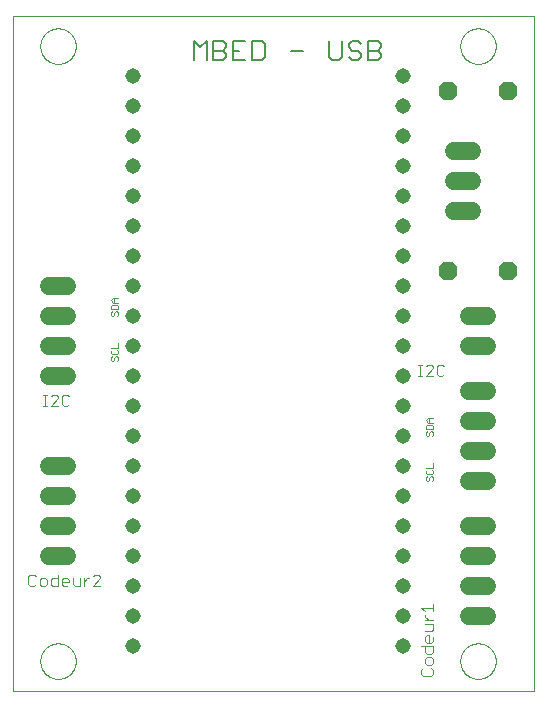
<source format=gtl>
G75*
%MOIN*%
%OFA0B0*%
%FSLAX25Y25*%
%IPPOS*%
%LPD*%
%AMOC8*
5,1,8,0,0,1.08239X$1,22.5*
%
%ADD10C,0.00000*%
%ADD11C,0.00600*%
%ADD12C,0.00300*%
%ADD13C,0.00200*%
%ADD14C,0.05937*%
%ADD15OC8,0.06300*%
%ADD16C,0.06000*%
%ADD17C,0.05150*%
D10*
X0006333Y0002000D02*
X0006333Y0226961D01*
X0180034Y0226961D01*
X0180034Y0002000D01*
X0006333Y0002000D01*
X0015427Y0012000D02*
X0015429Y0012153D01*
X0015435Y0012307D01*
X0015445Y0012460D01*
X0015459Y0012612D01*
X0015477Y0012765D01*
X0015499Y0012916D01*
X0015524Y0013067D01*
X0015554Y0013218D01*
X0015588Y0013368D01*
X0015625Y0013516D01*
X0015666Y0013664D01*
X0015711Y0013810D01*
X0015760Y0013956D01*
X0015813Y0014100D01*
X0015869Y0014242D01*
X0015929Y0014383D01*
X0015993Y0014523D01*
X0016060Y0014661D01*
X0016131Y0014797D01*
X0016206Y0014931D01*
X0016283Y0015063D01*
X0016365Y0015193D01*
X0016449Y0015321D01*
X0016537Y0015447D01*
X0016628Y0015570D01*
X0016722Y0015691D01*
X0016820Y0015809D01*
X0016920Y0015925D01*
X0017024Y0016038D01*
X0017130Y0016149D01*
X0017239Y0016257D01*
X0017351Y0016362D01*
X0017465Y0016463D01*
X0017583Y0016562D01*
X0017702Y0016658D01*
X0017824Y0016751D01*
X0017949Y0016840D01*
X0018076Y0016927D01*
X0018205Y0017009D01*
X0018336Y0017089D01*
X0018469Y0017165D01*
X0018604Y0017238D01*
X0018741Y0017307D01*
X0018880Y0017372D01*
X0019020Y0017434D01*
X0019162Y0017492D01*
X0019305Y0017547D01*
X0019450Y0017598D01*
X0019596Y0017645D01*
X0019743Y0017688D01*
X0019891Y0017727D01*
X0020040Y0017763D01*
X0020190Y0017794D01*
X0020341Y0017822D01*
X0020492Y0017846D01*
X0020645Y0017866D01*
X0020797Y0017882D01*
X0020950Y0017894D01*
X0021103Y0017902D01*
X0021256Y0017906D01*
X0021410Y0017906D01*
X0021563Y0017902D01*
X0021716Y0017894D01*
X0021869Y0017882D01*
X0022021Y0017866D01*
X0022174Y0017846D01*
X0022325Y0017822D01*
X0022476Y0017794D01*
X0022626Y0017763D01*
X0022775Y0017727D01*
X0022923Y0017688D01*
X0023070Y0017645D01*
X0023216Y0017598D01*
X0023361Y0017547D01*
X0023504Y0017492D01*
X0023646Y0017434D01*
X0023786Y0017372D01*
X0023925Y0017307D01*
X0024062Y0017238D01*
X0024197Y0017165D01*
X0024330Y0017089D01*
X0024461Y0017009D01*
X0024590Y0016927D01*
X0024717Y0016840D01*
X0024842Y0016751D01*
X0024964Y0016658D01*
X0025083Y0016562D01*
X0025201Y0016463D01*
X0025315Y0016362D01*
X0025427Y0016257D01*
X0025536Y0016149D01*
X0025642Y0016038D01*
X0025746Y0015925D01*
X0025846Y0015809D01*
X0025944Y0015691D01*
X0026038Y0015570D01*
X0026129Y0015447D01*
X0026217Y0015321D01*
X0026301Y0015193D01*
X0026383Y0015063D01*
X0026460Y0014931D01*
X0026535Y0014797D01*
X0026606Y0014661D01*
X0026673Y0014523D01*
X0026737Y0014383D01*
X0026797Y0014242D01*
X0026853Y0014100D01*
X0026906Y0013956D01*
X0026955Y0013810D01*
X0027000Y0013664D01*
X0027041Y0013516D01*
X0027078Y0013368D01*
X0027112Y0013218D01*
X0027142Y0013067D01*
X0027167Y0012916D01*
X0027189Y0012765D01*
X0027207Y0012612D01*
X0027221Y0012460D01*
X0027231Y0012307D01*
X0027237Y0012153D01*
X0027239Y0012000D01*
X0027237Y0011847D01*
X0027231Y0011693D01*
X0027221Y0011540D01*
X0027207Y0011388D01*
X0027189Y0011235D01*
X0027167Y0011084D01*
X0027142Y0010933D01*
X0027112Y0010782D01*
X0027078Y0010632D01*
X0027041Y0010484D01*
X0027000Y0010336D01*
X0026955Y0010190D01*
X0026906Y0010044D01*
X0026853Y0009900D01*
X0026797Y0009758D01*
X0026737Y0009617D01*
X0026673Y0009477D01*
X0026606Y0009339D01*
X0026535Y0009203D01*
X0026460Y0009069D01*
X0026383Y0008937D01*
X0026301Y0008807D01*
X0026217Y0008679D01*
X0026129Y0008553D01*
X0026038Y0008430D01*
X0025944Y0008309D01*
X0025846Y0008191D01*
X0025746Y0008075D01*
X0025642Y0007962D01*
X0025536Y0007851D01*
X0025427Y0007743D01*
X0025315Y0007638D01*
X0025201Y0007537D01*
X0025083Y0007438D01*
X0024964Y0007342D01*
X0024842Y0007249D01*
X0024717Y0007160D01*
X0024590Y0007073D01*
X0024461Y0006991D01*
X0024330Y0006911D01*
X0024197Y0006835D01*
X0024062Y0006762D01*
X0023925Y0006693D01*
X0023786Y0006628D01*
X0023646Y0006566D01*
X0023504Y0006508D01*
X0023361Y0006453D01*
X0023216Y0006402D01*
X0023070Y0006355D01*
X0022923Y0006312D01*
X0022775Y0006273D01*
X0022626Y0006237D01*
X0022476Y0006206D01*
X0022325Y0006178D01*
X0022174Y0006154D01*
X0022021Y0006134D01*
X0021869Y0006118D01*
X0021716Y0006106D01*
X0021563Y0006098D01*
X0021410Y0006094D01*
X0021256Y0006094D01*
X0021103Y0006098D01*
X0020950Y0006106D01*
X0020797Y0006118D01*
X0020645Y0006134D01*
X0020492Y0006154D01*
X0020341Y0006178D01*
X0020190Y0006206D01*
X0020040Y0006237D01*
X0019891Y0006273D01*
X0019743Y0006312D01*
X0019596Y0006355D01*
X0019450Y0006402D01*
X0019305Y0006453D01*
X0019162Y0006508D01*
X0019020Y0006566D01*
X0018880Y0006628D01*
X0018741Y0006693D01*
X0018604Y0006762D01*
X0018469Y0006835D01*
X0018336Y0006911D01*
X0018205Y0006991D01*
X0018076Y0007073D01*
X0017949Y0007160D01*
X0017824Y0007249D01*
X0017702Y0007342D01*
X0017583Y0007438D01*
X0017465Y0007537D01*
X0017351Y0007638D01*
X0017239Y0007743D01*
X0017130Y0007851D01*
X0017024Y0007962D01*
X0016920Y0008075D01*
X0016820Y0008191D01*
X0016722Y0008309D01*
X0016628Y0008430D01*
X0016537Y0008553D01*
X0016449Y0008679D01*
X0016365Y0008807D01*
X0016283Y0008937D01*
X0016206Y0009069D01*
X0016131Y0009203D01*
X0016060Y0009339D01*
X0015993Y0009477D01*
X0015929Y0009617D01*
X0015869Y0009758D01*
X0015813Y0009900D01*
X0015760Y0010044D01*
X0015711Y0010190D01*
X0015666Y0010336D01*
X0015625Y0010484D01*
X0015588Y0010632D01*
X0015554Y0010782D01*
X0015524Y0010933D01*
X0015499Y0011084D01*
X0015477Y0011235D01*
X0015459Y0011388D01*
X0015445Y0011540D01*
X0015435Y0011693D01*
X0015429Y0011847D01*
X0015427Y0012000D01*
X0155427Y0012000D02*
X0155429Y0012153D01*
X0155435Y0012307D01*
X0155445Y0012460D01*
X0155459Y0012612D01*
X0155477Y0012765D01*
X0155499Y0012916D01*
X0155524Y0013067D01*
X0155554Y0013218D01*
X0155588Y0013368D01*
X0155625Y0013516D01*
X0155666Y0013664D01*
X0155711Y0013810D01*
X0155760Y0013956D01*
X0155813Y0014100D01*
X0155869Y0014242D01*
X0155929Y0014383D01*
X0155993Y0014523D01*
X0156060Y0014661D01*
X0156131Y0014797D01*
X0156206Y0014931D01*
X0156283Y0015063D01*
X0156365Y0015193D01*
X0156449Y0015321D01*
X0156537Y0015447D01*
X0156628Y0015570D01*
X0156722Y0015691D01*
X0156820Y0015809D01*
X0156920Y0015925D01*
X0157024Y0016038D01*
X0157130Y0016149D01*
X0157239Y0016257D01*
X0157351Y0016362D01*
X0157465Y0016463D01*
X0157583Y0016562D01*
X0157702Y0016658D01*
X0157824Y0016751D01*
X0157949Y0016840D01*
X0158076Y0016927D01*
X0158205Y0017009D01*
X0158336Y0017089D01*
X0158469Y0017165D01*
X0158604Y0017238D01*
X0158741Y0017307D01*
X0158880Y0017372D01*
X0159020Y0017434D01*
X0159162Y0017492D01*
X0159305Y0017547D01*
X0159450Y0017598D01*
X0159596Y0017645D01*
X0159743Y0017688D01*
X0159891Y0017727D01*
X0160040Y0017763D01*
X0160190Y0017794D01*
X0160341Y0017822D01*
X0160492Y0017846D01*
X0160645Y0017866D01*
X0160797Y0017882D01*
X0160950Y0017894D01*
X0161103Y0017902D01*
X0161256Y0017906D01*
X0161410Y0017906D01*
X0161563Y0017902D01*
X0161716Y0017894D01*
X0161869Y0017882D01*
X0162021Y0017866D01*
X0162174Y0017846D01*
X0162325Y0017822D01*
X0162476Y0017794D01*
X0162626Y0017763D01*
X0162775Y0017727D01*
X0162923Y0017688D01*
X0163070Y0017645D01*
X0163216Y0017598D01*
X0163361Y0017547D01*
X0163504Y0017492D01*
X0163646Y0017434D01*
X0163786Y0017372D01*
X0163925Y0017307D01*
X0164062Y0017238D01*
X0164197Y0017165D01*
X0164330Y0017089D01*
X0164461Y0017009D01*
X0164590Y0016927D01*
X0164717Y0016840D01*
X0164842Y0016751D01*
X0164964Y0016658D01*
X0165083Y0016562D01*
X0165201Y0016463D01*
X0165315Y0016362D01*
X0165427Y0016257D01*
X0165536Y0016149D01*
X0165642Y0016038D01*
X0165746Y0015925D01*
X0165846Y0015809D01*
X0165944Y0015691D01*
X0166038Y0015570D01*
X0166129Y0015447D01*
X0166217Y0015321D01*
X0166301Y0015193D01*
X0166383Y0015063D01*
X0166460Y0014931D01*
X0166535Y0014797D01*
X0166606Y0014661D01*
X0166673Y0014523D01*
X0166737Y0014383D01*
X0166797Y0014242D01*
X0166853Y0014100D01*
X0166906Y0013956D01*
X0166955Y0013810D01*
X0167000Y0013664D01*
X0167041Y0013516D01*
X0167078Y0013368D01*
X0167112Y0013218D01*
X0167142Y0013067D01*
X0167167Y0012916D01*
X0167189Y0012765D01*
X0167207Y0012612D01*
X0167221Y0012460D01*
X0167231Y0012307D01*
X0167237Y0012153D01*
X0167239Y0012000D01*
X0167237Y0011847D01*
X0167231Y0011693D01*
X0167221Y0011540D01*
X0167207Y0011388D01*
X0167189Y0011235D01*
X0167167Y0011084D01*
X0167142Y0010933D01*
X0167112Y0010782D01*
X0167078Y0010632D01*
X0167041Y0010484D01*
X0167000Y0010336D01*
X0166955Y0010190D01*
X0166906Y0010044D01*
X0166853Y0009900D01*
X0166797Y0009758D01*
X0166737Y0009617D01*
X0166673Y0009477D01*
X0166606Y0009339D01*
X0166535Y0009203D01*
X0166460Y0009069D01*
X0166383Y0008937D01*
X0166301Y0008807D01*
X0166217Y0008679D01*
X0166129Y0008553D01*
X0166038Y0008430D01*
X0165944Y0008309D01*
X0165846Y0008191D01*
X0165746Y0008075D01*
X0165642Y0007962D01*
X0165536Y0007851D01*
X0165427Y0007743D01*
X0165315Y0007638D01*
X0165201Y0007537D01*
X0165083Y0007438D01*
X0164964Y0007342D01*
X0164842Y0007249D01*
X0164717Y0007160D01*
X0164590Y0007073D01*
X0164461Y0006991D01*
X0164330Y0006911D01*
X0164197Y0006835D01*
X0164062Y0006762D01*
X0163925Y0006693D01*
X0163786Y0006628D01*
X0163646Y0006566D01*
X0163504Y0006508D01*
X0163361Y0006453D01*
X0163216Y0006402D01*
X0163070Y0006355D01*
X0162923Y0006312D01*
X0162775Y0006273D01*
X0162626Y0006237D01*
X0162476Y0006206D01*
X0162325Y0006178D01*
X0162174Y0006154D01*
X0162021Y0006134D01*
X0161869Y0006118D01*
X0161716Y0006106D01*
X0161563Y0006098D01*
X0161410Y0006094D01*
X0161256Y0006094D01*
X0161103Y0006098D01*
X0160950Y0006106D01*
X0160797Y0006118D01*
X0160645Y0006134D01*
X0160492Y0006154D01*
X0160341Y0006178D01*
X0160190Y0006206D01*
X0160040Y0006237D01*
X0159891Y0006273D01*
X0159743Y0006312D01*
X0159596Y0006355D01*
X0159450Y0006402D01*
X0159305Y0006453D01*
X0159162Y0006508D01*
X0159020Y0006566D01*
X0158880Y0006628D01*
X0158741Y0006693D01*
X0158604Y0006762D01*
X0158469Y0006835D01*
X0158336Y0006911D01*
X0158205Y0006991D01*
X0158076Y0007073D01*
X0157949Y0007160D01*
X0157824Y0007249D01*
X0157702Y0007342D01*
X0157583Y0007438D01*
X0157465Y0007537D01*
X0157351Y0007638D01*
X0157239Y0007743D01*
X0157130Y0007851D01*
X0157024Y0007962D01*
X0156920Y0008075D01*
X0156820Y0008191D01*
X0156722Y0008309D01*
X0156628Y0008430D01*
X0156537Y0008553D01*
X0156449Y0008679D01*
X0156365Y0008807D01*
X0156283Y0008937D01*
X0156206Y0009069D01*
X0156131Y0009203D01*
X0156060Y0009339D01*
X0155993Y0009477D01*
X0155929Y0009617D01*
X0155869Y0009758D01*
X0155813Y0009900D01*
X0155760Y0010044D01*
X0155711Y0010190D01*
X0155666Y0010336D01*
X0155625Y0010484D01*
X0155588Y0010632D01*
X0155554Y0010782D01*
X0155524Y0010933D01*
X0155499Y0011084D01*
X0155477Y0011235D01*
X0155459Y0011388D01*
X0155445Y0011540D01*
X0155435Y0011693D01*
X0155429Y0011847D01*
X0155427Y0012000D01*
X0155427Y0217000D02*
X0155429Y0217153D01*
X0155435Y0217307D01*
X0155445Y0217460D01*
X0155459Y0217612D01*
X0155477Y0217765D01*
X0155499Y0217916D01*
X0155524Y0218067D01*
X0155554Y0218218D01*
X0155588Y0218368D01*
X0155625Y0218516D01*
X0155666Y0218664D01*
X0155711Y0218810D01*
X0155760Y0218956D01*
X0155813Y0219100D01*
X0155869Y0219242D01*
X0155929Y0219383D01*
X0155993Y0219523D01*
X0156060Y0219661D01*
X0156131Y0219797D01*
X0156206Y0219931D01*
X0156283Y0220063D01*
X0156365Y0220193D01*
X0156449Y0220321D01*
X0156537Y0220447D01*
X0156628Y0220570D01*
X0156722Y0220691D01*
X0156820Y0220809D01*
X0156920Y0220925D01*
X0157024Y0221038D01*
X0157130Y0221149D01*
X0157239Y0221257D01*
X0157351Y0221362D01*
X0157465Y0221463D01*
X0157583Y0221562D01*
X0157702Y0221658D01*
X0157824Y0221751D01*
X0157949Y0221840D01*
X0158076Y0221927D01*
X0158205Y0222009D01*
X0158336Y0222089D01*
X0158469Y0222165D01*
X0158604Y0222238D01*
X0158741Y0222307D01*
X0158880Y0222372D01*
X0159020Y0222434D01*
X0159162Y0222492D01*
X0159305Y0222547D01*
X0159450Y0222598D01*
X0159596Y0222645D01*
X0159743Y0222688D01*
X0159891Y0222727D01*
X0160040Y0222763D01*
X0160190Y0222794D01*
X0160341Y0222822D01*
X0160492Y0222846D01*
X0160645Y0222866D01*
X0160797Y0222882D01*
X0160950Y0222894D01*
X0161103Y0222902D01*
X0161256Y0222906D01*
X0161410Y0222906D01*
X0161563Y0222902D01*
X0161716Y0222894D01*
X0161869Y0222882D01*
X0162021Y0222866D01*
X0162174Y0222846D01*
X0162325Y0222822D01*
X0162476Y0222794D01*
X0162626Y0222763D01*
X0162775Y0222727D01*
X0162923Y0222688D01*
X0163070Y0222645D01*
X0163216Y0222598D01*
X0163361Y0222547D01*
X0163504Y0222492D01*
X0163646Y0222434D01*
X0163786Y0222372D01*
X0163925Y0222307D01*
X0164062Y0222238D01*
X0164197Y0222165D01*
X0164330Y0222089D01*
X0164461Y0222009D01*
X0164590Y0221927D01*
X0164717Y0221840D01*
X0164842Y0221751D01*
X0164964Y0221658D01*
X0165083Y0221562D01*
X0165201Y0221463D01*
X0165315Y0221362D01*
X0165427Y0221257D01*
X0165536Y0221149D01*
X0165642Y0221038D01*
X0165746Y0220925D01*
X0165846Y0220809D01*
X0165944Y0220691D01*
X0166038Y0220570D01*
X0166129Y0220447D01*
X0166217Y0220321D01*
X0166301Y0220193D01*
X0166383Y0220063D01*
X0166460Y0219931D01*
X0166535Y0219797D01*
X0166606Y0219661D01*
X0166673Y0219523D01*
X0166737Y0219383D01*
X0166797Y0219242D01*
X0166853Y0219100D01*
X0166906Y0218956D01*
X0166955Y0218810D01*
X0167000Y0218664D01*
X0167041Y0218516D01*
X0167078Y0218368D01*
X0167112Y0218218D01*
X0167142Y0218067D01*
X0167167Y0217916D01*
X0167189Y0217765D01*
X0167207Y0217612D01*
X0167221Y0217460D01*
X0167231Y0217307D01*
X0167237Y0217153D01*
X0167239Y0217000D01*
X0167237Y0216847D01*
X0167231Y0216693D01*
X0167221Y0216540D01*
X0167207Y0216388D01*
X0167189Y0216235D01*
X0167167Y0216084D01*
X0167142Y0215933D01*
X0167112Y0215782D01*
X0167078Y0215632D01*
X0167041Y0215484D01*
X0167000Y0215336D01*
X0166955Y0215190D01*
X0166906Y0215044D01*
X0166853Y0214900D01*
X0166797Y0214758D01*
X0166737Y0214617D01*
X0166673Y0214477D01*
X0166606Y0214339D01*
X0166535Y0214203D01*
X0166460Y0214069D01*
X0166383Y0213937D01*
X0166301Y0213807D01*
X0166217Y0213679D01*
X0166129Y0213553D01*
X0166038Y0213430D01*
X0165944Y0213309D01*
X0165846Y0213191D01*
X0165746Y0213075D01*
X0165642Y0212962D01*
X0165536Y0212851D01*
X0165427Y0212743D01*
X0165315Y0212638D01*
X0165201Y0212537D01*
X0165083Y0212438D01*
X0164964Y0212342D01*
X0164842Y0212249D01*
X0164717Y0212160D01*
X0164590Y0212073D01*
X0164461Y0211991D01*
X0164330Y0211911D01*
X0164197Y0211835D01*
X0164062Y0211762D01*
X0163925Y0211693D01*
X0163786Y0211628D01*
X0163646Y0211566D01*
X0163504Y0211508D01*
X0163361Y0211453D01*
X0163216Y0211402D01*
X0163070Y0211355D01*
X0162923Y0211312D01*
X0162775Y0211273D01*
X0162626Y0211237D01*
X0162476Y0211206D01*
X0162325Y0211178D01*
X0162174Y0211154D01*
X0162021Y0211134D01*
X0161869Y0211118D01*
X0161716Y0211106D01*
X0161563Y0211098D01*
X0161410Y0211094D01*
X0161256Y0211094D01*
X0161103Y0211098D01*
X0160950Y0211106D01*
X0160797Y0211118D01*
X0160645Y0211134D01*
X0160492Y0211154D01*
X0160341Y0211178D01*
X0160190Y0211206D01*
X0160040Y0211237D01*
X0159891Y0211273D01*
X0159743Y0211312D01*
X0159596Y0211355D01*
X0159450Y0211402D01*
X0159305Y0211453D01*
X0159162Y0211508D01*
X0159020Y0211566D01*
X0158880Y0211628D01*
X0158741Y0211693D01*
X0158604Y0211762D01*
X0158469Y0211835D01*
X0158336Y0211911D01*
X0158205Y0211991D01*
X0158076Y0212073D01*
X0157949Y0212160D01*
X0157824Y0212249D01*
X0157702Y0212342D01*
X0157583Y0212438D01*
X0157465Y0212537D01*
X0157351Y0212638D01*
X0157239Y0212743D01*
X0157130Y0212851D01*
X0157024Y0212962D01*
X0156920Y0213075D01*
X0156820Y0213191D01*
X0156722Y0213309D01*
X0156628Y0213430D01*
X0156537Y0213553D01*
X0156449Y0213679D01*
X0156365Y0213807D01*
X0156283Y0213937D01*
X0156206Y0214069D01*
X0156131Y0214203D01*
X0156060Y0214339D01*
X0155993Y0214477D01*
X0155929Y0214617D01*
X0155869Y0214758D01*
X0155813Y0214900D01*
X0155760Y0215044D01*
X0155711Y0215190D01*
X0155666Y0215336D01*
X0155625Y0215484D01*
X0155588Y0215632D01*
X0155554Y0215782D01*
X0155524Y0215933D01*
X0155499Y0216084D01*
X0155477Y0216235D01*
X0155459Y0216388D01*
X0155445Y0216540D01*
X0155435Y0216693D01*
X0155429Y0216847D01*
X0155427Y0217000D01*
X0015427Y0217000D02*
X0015429Y0217153D01*
X0015435Y0217307D01*
X0015445Y0217460D01*
X0015459Y0217612D01*
X0015477Y0217765D01*
X0015499Y0217916D01*
X0015524Y0218067D01*
X0015554Y0218218D01*
X0015588Y0218368D01*
X0015625Y0218516D01*
X0015666Y0218664D01*
X0015711Y0218810D01*
X0015760Y0218956D01*
X0015813Y0219100D01*
X0015869Y0219242D01*
X0015929Y0219383D01*
X0015993Y0219523D01*
X0016060Y0219661D01*
X0016131Y0219797D01*
X0016206Y0219931D01*
X0016283Y0220063D01*
X0016365Y0220193D01*
X0016449Y0220321D01*
X0016537Y0220447D01*
X0016628Y0220570D01*
X0016722Y0220691D01*
X0016820Y0220809D01*
X0016920Y0220925D01*
X0017024Y0221038D01*
X0017130Y0221149D01*
X0017239Y0221257D01*
X0017351Y0221362D01*
X0017465Y0221463D01*
X0017583Y0221562D01*
X0017702Y0221658D01*
X0017824Y0221751D01*
X0017949Y0221840D01*
X0018076Y0221927D01*
X0018205Y0222009D01*
X0018336Y0222089D01*
X0018469Y0222165D01*
X0018604Y0222238D01*
X0018741Y0222307D01*
X0018880Y0222372D01*
X0019020Y0222434D01*
X0019162Y0222492D01*
X0019305Y0222547D01*
X0019450Y0222598D01*
X0019596Y0222645D01*
X0019743Y0222688D01*
X0019891Y0222727D01*
X0020040Y0222763D01*
X0020190Y0222794D01*
X0020341Y0222822D01*
X0020492Y0222846D01*
X0020645Y0222866D01*
X0020797Y0222882D01*
X0020950Y0222894D01*
X0021103Y0222902D01*
X0021256Y0222906D01*
X0021410Y0222906D01*
X0021563Y0222902D01*
X0021716Y0222894D01*
X0021869Y0222882D01*
X0022021Y0222866D01*
X0022174Y0222846D01*
X0022325Y0222822D01*
X0022476Y0222794D01*
X0022626Y0222763D01*
X0022775Y0222727D01*
X0022923Y0222688D01*
X0023070Y0222645D01*
X0023216Y0222598D01*
X0023361Y0222547D01*
X0023504Y0222492D01*
X0023646Y0222434D01*
X0023786Y0222372D01*
X0023925Y0222307D01*
X0024062Y0222238D01*
X0024197Y0222165D01*
X0024330Y0222089D01*
X0024461Y0222009D01*
X0024590Y0221927D01*
X0024717Y0221840D01*
X0024842Y0221751D01*
X0024964Y0221658D01*
X0025083Y0221562D01*
X0025201Y0221463D01*
X0025315Y0221362D01*
X0025427Y0221257D01*
X0025536Y0221149D01*
X0025642Y0221038D01*
X0025746Y0220925D01*
X0025846Y0220809D01*
X0025944Y0220691D01*
X0026038Y0220570D01*
X0026129Y0220447D01*
X0026217Y0220321D01*
X0026301Y0220193D01*
X0026383Y0220063D01*
X0026460Y0219931D01*
X0026535Y0219797D01*
X0026606Y0219661D01*
X0026673Y0219523D01*
X0026737Y0219383D01*
X0026797Y0219242D01*
X0026853Y0219100D01*
X0026906Y0218956D01*
X0026955Y0218810D01*
X0027000Y0218664D01*
X0027041Y0218516D01*
X0027078Y0218368D01*
X0027112Y0218218D01*
X0027142Y0218067D01*
X0027167Y0217916D01*
X0027189Y0217765D01*
X0027207Y0217612D01*
X0027221Y0217460D01*
X0027231Y0217307D01*
X0027237Y0217153D01*
X0027239Y0217000D01*
X0027237Y0216847D01*
X0027231Y0216693D01*
X0027221Y0216540D01*
X0027207Y0216388D01*
X0027189Y0216235D01*
X0027167Y0216084D01*
X0027142Y0215933D01*
X0027112Y0215782D01*
X0027078Y0215632D01*
X0027041Y0215484D01*
X0027000Y0215336D01*
X0026955Y0215190D01*
X0026906Y0215044D01*
X0026853Y0214900D01*
X0026797Y0214758D01*
X0026737Y0214617D01*
X0026673Y0214477D01*
X0026606Y0214339D01*
X0026535Y0214203D01*
X0026460Y0214069D01*
X0026383Y0213937D01*
X0026301Y0213807D01*
X0026217Y0213679D01*
X0026129Y0213553D01*
X0026038Y0213430D01*
X0025944Y0213309D01*
X0025846Y0213191D01*
X0025746Y0213075D01*
X0025642Y0212962D01*
X0025536Y0212851D01*
X0025427Y0212743D01*
X0025315Y0212638D01*
X0025201Y0212537D01*
X0025083Y0212438D01*
X0024964Y0212342D01*
X0024842Y0212249D01*
X0024717Y0212160D01*
X0024590Y0212073D01*
X0024461Y0211991D01*
X0024330Y0211911D01*
X0024197Y0211835D01*
X0024062Y0211762D01*
X0023925Y0211693D01*
X0023786Y0211628D01*
X0023646Y0211566D01*
X0023504Y0211508D01*
X0023361Y0211453D01*
X0023216Y0211402D01*
X0023070Y0211355D01*
X0022923Y0211312D01*
X0022775Y0211273D01*
X0022626Y0211237D01*
X0022476Y0211206D01*
X0022325Y0211178D01*
X0022174Y0211154D01*
X0022021Y0211134D01*
X0021869Y0211118D01*
X0021716Y0211106D01*
X0021563Y0211098D01*
X0021410Y0211094D01*
X0021256Y0211094D01*
X0021103Y0211098D01*
X0020950Y0211106D01*
X0020797Y0211118D01*
X0020645Y0211134D01*
X0020492Y0211154D01*
X0020341Y0211178D01*
X0020190Y0211206D01*
X0020040Y0211237D01*
X0019891Y0211273D01*
X0019743Y0211312D01*
X0019596Y0211355D01*
X0019450Y0211402D01*
X0019305Y0211453D01*
X0019162Y0211508D01*
X0019020Y0211566D01*
X0018880Y0211628D01*
X0018741Y0211693D01*
X0018604Y0211762D01*
X0018469Y0211835D01*
X0018336Y0211911D01*
X0018205Y0211991D01*
X0018076Y0212073D01*
X0017949Y0212160D01*
X0017824Y0212249D01*
X0017702Y0212342D01*
X0017583Y0212438D01*
X0017465Y0212537D01*
X0017351Y0212638D01*
X0017239Y0212743D01*
X0017130Y0212851D01*
X0017024Y0212962D01*
X0016920Y0213075D01*
X0016820Y0213191D01*
X0016722Y0213309D01*
X0016628Y0213430D01*
X0016537Y0213553D01*
X0016449Y0213679D01*
X0016365Y0213807D01*
X0016283Y0213937D01*
X0016206Y0214069D01*
X0016131Y0214203D01*
X0016060Y0214339D01*
X0015993Y0214477D01*
X0015929Y0214617D01*
X0015869Y0214758D01*
X0015813Y0214900D01*
X0015760Y0215044D01*
X0015711Y0215190D01*
X0015666Y0215336D01*
X0015625Y0215484D01*
X0015588Y0215632D01*
X0015554Y0215782D01*
X0015524Y0215933D01*
X0015499Y0216084D01*
X0015477Y0216235D01*
X0015459Y0216388D01*
X0015445Y0216540D01*
X0015435Y0216693D01*
X0015429Y0216847D01*
X0015427Y0217000D01*
D11*
X0066633Y0218705D02*
X0066633Y0212300D01*
X0070904Y0212300D02*
X0070904Y0218705D01*
X0068768Y0216570D01*
X0066633Y0218705D01*
X0073079Y0218705D02*
X0073079Y0212300D01*
X0076282Y0212300D01*
X0077349Y0213368D01*
X0077349Y0214435D01*
X0076282Y0215503D01*
X0073079Y0215503D01*
X0073079Y0218705D02*
X0076282Y0218705D01*
X0077349Y0217638D01*
X0077349Y0216570D01*
X0076282Y0215503D01*
X0079524Y0215503D02*
X0081659Y0215503D01*
X0079524Y0218705D02*
X0079524Y0212300D01*
X0083795Y0212300D01*
X0085970Y0212300D02*
X0089173Y0212300D01*
X0090240Y0213368D01*
X0090240Y0217638D01*
X0089173Y0218705D01*
X0085970Y0218705D01*
X0085970Y0212300D01*
X0083795Y0218705D02*
X0079524Y0218705D01*
X0098861Y0215503D02*
X0103131Y0215503D01*
X0111752Y0213368D02*
X0112819Y0212300D01*
X0114955Y0212300D01*
X0116022Y0213368D01*
X0116022Y0218705D01*
X0118197Y0217638D02*
X0118197Y0216570D01*
X0119265Y0215503D01*
X0121400Y0215503D01*
X0122468Y0214435D01*
X0122468Y0213368D01*
X0121400Y0212300D01*
X0119265Y0212300D01*
X0118197Y0213368D01*
X0118197Y0217638D02*
X0119265Y0218705D01*
X0121400Y0218705D01*
X0122468Y0217638D01*
X0124643Y0218705D02*
X0127846Y0218705D01*
X0128913Y0217638D01*
X0128913Y0216570D01*
X0127846Y0215503D01*
X0124643Y0215503D01*
X0124643Y0218705D02*
X0124643Y0212300D01*
X0127846Y0212300D01*
X0128913Y0213368D01*
X0128913Y0214435D01*
X0127846Y0215503D01*
X0111752Y0213368D02*
X0111752Y0218705D01*
D12*
X0141483Y0110853D02*
X0142718Y0110853D01*
X0142101Y0110853D02*
X0142101Y0107150D01*
X0142718Y0107150D02*
X0141483Y0107150D01*
X0143939Y0107150D02*
X0146408Y0109619D01*
X0146408Y0110236D01*
X0145790Y0110853D01*
X0144556Y0110853D01*
X0143939Y0110236D01*
X0143939Y0107150D02*
X0146408Y0107150D01*
X0147622Y0107767D02*
X0147622Y0110236D01*
X0148239Y0110853D01*
X0149473Y0110853D01*
X0150091Y0110236D01*
X0150091Y0107767D02*
X0149473Y0107150D01*
X0148239Y0107150D01*
X0147622Y0107767D01*
X0146183Y0031104D02*
X0146183Y0028635D01*
X0146183Y0029869D02*
X0142480Y0029869D01*
X0143715Y0028635D01*
X0143715Y0027417D02*
X0143715Y0026800D01*
X0144949Y0025566D01*
X0146183Y0025566D02*
X0143715Y0025566D01*
X0143715Y0024351D02*
X0146183Y0024351D01*
X0146183Y0022500D01*
X0145566Y0021883D01*
X0143715Y0021883D01*
X0144332Y0020668D02*
X0143715Y0020051D01*
X0143715Y0018817D01*
X0144332Y0018199D01*
X0145566Y0018199D01*
X0146183Y0018817D01*
X0146183Y0020051D01*
X0144949Y0020668D02*
X0144949Y0018199D01*
X0146183Y0016985D02*
X0146183Y0015133D01*
X0145566Y0014516D01*
X0144332Y0014516D01*
X0143715Y0015133D01*
X0143715Y0016985D01*
X0142480Y0016985D02*
X0146183Y0016985D01*
X0144949Y0020668D02*
X0144332Y0020668D01*
X0144332Y0013302D02*
X0143715Y0012685D01*
X0143715Y0011450D01*
X0144332Y0010833D01*
X0145566Y0010833D01*
X0146183Y0011450D01*
X0146183Y0012685D01*
X0145566Y0013302D01*
X0144332Y0013302D01*
X0145566Y0009619D02*
X0146183Y0009002D01*
X0146183Y0007767D01*
X0145566Y0007150D01*
X0143097Y0007150D01*
X0142480Y0007767D01*
X0142480Y0009002D01*
X0143097Y0009619D01*
X0035437Y0037150D02*
X0032968Y0037150D01*
X0035437Y0039619D01*
X0035437Y0040236D01*
X0034820Y0040853D01*
X0033586Y0040853D01*
X0032968Y0040236D01*
X0031751Y0039619D02*
X0031133Y0039619D01*
X0029899Y0038384D01*
X0029899Y0037150D02*
X0029899Y0039619D01*
X0028685Y0039619D02*
X0028685Y0037150D01*
X0026833Y0037150D01*
X0026216Y0037767D01*
X0026216Y0039619D01*
X0025002Y0039002D02*
X0025002Y0038384D01*
X0022533Y0038384D01*
X0022533Y0037767D02*
X0022533Y0039002D01*
X0023150Y0039619D01*
X0024384Y0039619D01*
X0025002Y0039002D01*
X0024384Y0037150D02*
X0023150Y0037150D01*
X0022533Y0037767D01*
X0021318Y0037150D02*
X0021318Y0040853D01*
X0021318Y0039619D02*
X0019467Y0039619D01*
X0018850Y0039002D01*
X0018850Y0037767D01*
X0019467Y0037150D01*
X0021318Y0037150D01*
X0017635Y0037767D02*
X0017635Y0039002D01*
X0017018Y0039619D01*
X0015784Y0039619D01*
X0015166Y0039002D01*
X0015166Y0037767D01*
X0015784Y0037150D01*
X0017018Y0037150D01*
X0017635Y0037767D01*
X0013952Y0037767D02*
X0013335Y0037150D01*
X0012101Y0037150D01*
X0011483Y0037767D01*
X0011483Y0040236D01*
X0012101Y0040853D01*
X0013335Y0040853D01*
X0013952Y0040236D01*
X0016483Y0097150D02*
X0017718Y0097150D01*
X0017101Y0097150D02*
X0017101Y0100853D01*
X0017718Y0100853D02*
X0016483Y0100853D01*
X0018939Y0100236D02*
X0019556Y0100853D01*
X0020790Y0100853D01*
X0021408Y0100236D01*
X0021408Y0099619D01*
X0018939Y0097150D01*
X0021408Y0097150D01*
X0022622Y0097767D02*
X0022622Y0100236D01*
X0023239Y0100853D01*
X0024473Y0100853D01*
X0025091Y0100236D01*
X0025091Y0097767D02*
X0024473Y0097150D01*
X0023239Y0097150D01*
X0022622Y0097767D01*
D13*
X0039031Y0112467D02*
X0039398Y0112100D01*
X0039765Y0112100D01*
X0040132Y0112467D01*
X0040132Y0113201D01*
X0040499Y0113568D01*
X0040866Y0113568D01*
X0041233Y0113201D01*
X0041233Y0112467D01*
X0040866Y0112100D01*
X0039031Y0112467D02*
X0039031Y0113201D01*
X0039398Y0113568D01*
X0039398Y0114310D02*
X0040866Y0114310D01*
X0041233Y0114677D01*
X0041233Y0115411D01*
X0040866Y0115778D01*
X0041233Y0116520D02*
X0041233Y0117988D01*
X0041233Y0116520D02*
X0039031Y0116520D01*
X0039398Y0115778D02*
X0039031Y0115411D01*
X0039031Y0114677D01*
X0039398Y0114310D01*
X0039398Y0127100D02*
X0039765Y0127100D01*
X0040132Y0127467D01*
X0040132Y0128201D01*
X0040499Y0128568D01*
X0040866Y0128568D01*
X0041233Y0128201D01*
X0041233Y0127467D01*
X0040866Y0127100D01*
X0039398Y0127100D02*
X0039031Y0127467D01*
X0039031Y0128201D01*
X0039398Y0128568D01*
X0039031Y0129310D02*
X0039031Y0130411D01*
X0039398Y0130778D01*
X0040866Y0130778D01*
X0041233Y0130411D01*
X0041233Y0129310D01*
X0039031Y0129310D01*
X0039765Y0131520D02*
X0039031Y0132254D01*
X0039765Y0132988D01*
X0041233Y0132988D01*
X0040132Y0132988D02*
X0040132Y0131520D01*
X0039765Y0131520D02*
X0041233Y0131520D01*
X0144031Y0092254D02*
X0144765Y0091520D01*
X0146233Y0091520D01*
X0145866Y0090778D02*
X0144398Y0090778D01*
X0144031Y0090411D01*
X0144031Y0089310D01*
X0146233Y0089310D01*
X0146233Y0090411D01*
X0145866Y0090778D01*
X0145132Y0091520D02*
X0145132Y0092988D01*
X0144765Y0092988D02*
X0146233Y0092988D01*
X0144765Y0092988D02*
X0144031Y0092254D01*
X0144398Y0088568D02*
X0144031Y0088201D01*
X0144031Y0087467D01*
X0144398Y0087100D01*
X0144765Y0087100D01*
X0145132Y0087467D01*
X0145132Y0088201D01*
X0145499Y0088568D01*
X0145866Y0088568D01*
X0146233Y0088201D01*
X0146233Y0087467D01*
X0145866Y0087100D01*
X0146233Y0077988D02*
X0146233Y0076520D01*
X0144031Y0076520D01*
X0144398Y0075778D02*
X0144031Y0075411D01*
X0144031Y0074677D01*
X0144398Y0074310D01*
X0145866Y0074310D01*
X0146233Y0074677D01*
X0146233Y0075411D01*
X0145866Y0075778D01*
X0145866Y0073568D02*
X0146233Y0073201D01*
X0146233Y0072467D01*
X0145866Y0072100D01*
X0145132Y0072467D02*
X0145132Y0073201D01*
X0145499Y0073568D01*
X0145866Y0073568D01*
X0145132Y0072467D02*
X0144765Y0072100D01*
X0144398Y0072100D01*
X0144031Y0072467D01*
X0144031Y0073201D01*
X0144398Y0073568D01*
D14*
X0158365Y0072000D02*
X0164302Y0072000D01*
X0164302Y0082000D02*
X0158365Y0082000D01*
X0158365Y0092000D02*
X0164302Y0092000D01*
X0164302Y0102000D02*
X0158365Y0102000D01*
X0158365Y0117000D02*
X0164302Y0117000D01*
X0164302Y0127000D02*
X0158365Y0127000D01*
X0158365Y0057000D02*
X0164302Y0057000D01*
X0164302Y0047000D02*
X0158365Y0047000D01*
X0158365Y0037000D02*
X0164302Y0037000D01*
X0164302Y0027000D02*
X0158365Y0027000D01*
X0024302Y0047000D02*
X0018365Y0047000D01*
X0018365Y0057000D02*
X0024302Y0057000D01*
X0024302Y0067000D02*
X0018365Y0067000D01*
X0018365Y0077000D02*
X0024302Y0077000D01*
X0024302Y0107000D02*
X0018365Y0107000D01*
X0018365Y0117000D02*
X0024302Y0117000D01*
X0024302Y0127000D02*
X0018365Y0127000D01*
X0018365Y0137000D02*
X0024302Y0137000D01*
D15*
X0151333Y0142000D03*
X0171333Y0142000D03*
X0171333Y0202000D03*
X0151333Y0202000D03*
D16*
X0153333Y0182000D02*
X0159333Y0182000D01*
X0159333Y0172000D02*
X0153333Y0172000D01*
X0153333Y0162000D02*
X0159333Y0162000D01*
D17*
X0136333Y0157000D03*
X0136333Y0147000D03*
X0136333Y0137000D03*
X0136333Y0127000D03*
X0136333Y0117000D03*
X0136333Y0107000D03*
X0136333Y0097000D03*
X0136333Y0087000D03*
X0136333Y0077000D03*
X0136333Y0067000D03*
X0136333Y0057000D03*
X0136333Y0047000D03*
X0136333Y0037000D03*
X0136333Y0027000D03*
X0136333Y0017000D03*
X0046333Y0017000D03*
X0046333Y0027000D03*
X0046333Y0037000D03*
X0046333Y0047000D03*
X0046333Y0057000D03*
X0046333Y0067000D03*
X0046333Y0077000D03*
X0046333Y0087000D03*
X0046333Y0097000D03*
X0046333Y0107000D03*
X0046333Y0117000D03*
X0046333Y0127000D03*
X0046333Y0137000D03*
X0046333Y0147000D03*
X0046333Y0157000D03*
X0046333Y0167000D03*
X0046333Y0177000D03*
X0046333Y0187000D03*
X0046333Y0197000D03*
X0046333Y0207000D03*
X0136333Y0207000D03*
X0136333Y0197000D03*
X0136333Y0187000D03*
X0136333Y0177000D03*
X0136333Y0167000D03*
M02*

</source>
